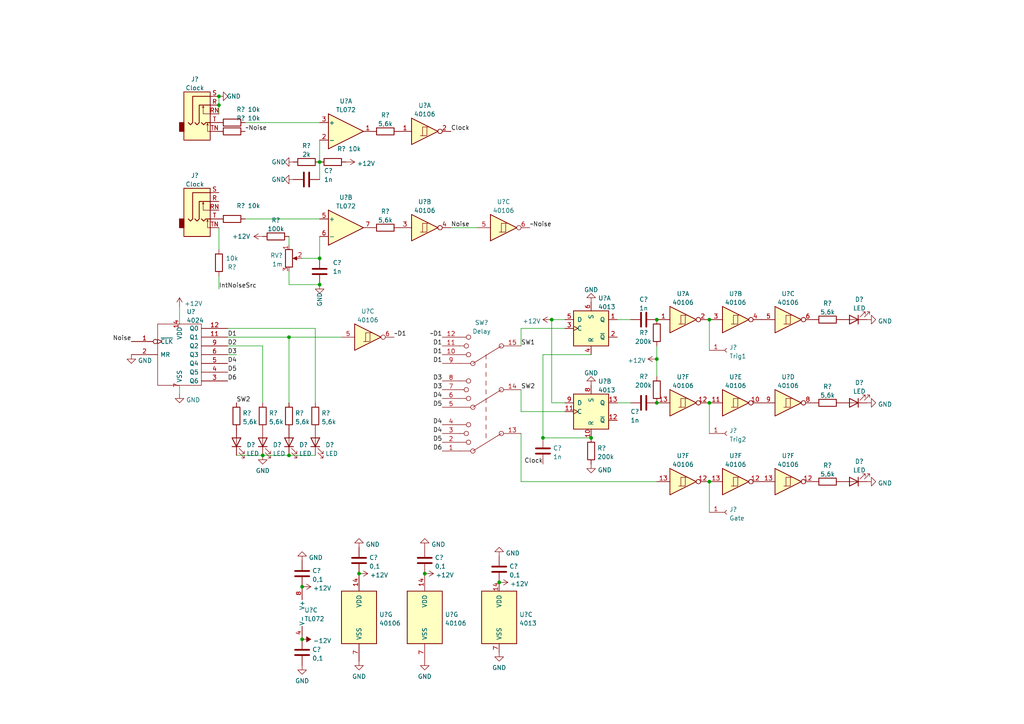
<source format=kicad_sch>
(kicad_sch (version 20211123) (generator eeschema)
  (paper "A4")
  (lib_symbols
    (symbol "4xxx:40106" (pin_names (offset 1.016))
      (property "Reference" "U" (at 0 1.27 0))
      (property "Value" "40106" (at 0 -1.27 0))
      (symbol "40106_1_0"
        (polyline (pts (xy -0.635 -1.27) (xy -0.635 1.27) (xy 0.635 1.27)))
        (polyline (pts (xy -3.81 3.81) (xy -3.81 -3.81) (xy 3.81 0) (xy -3.81 3.81)) (stroke (width 0.254)) (fill (type background)))
        (polyline (pts (xy -1.27 -1.27) (xy 0.635 -1.27) (xy 0.635 1.27) (xy 1.27 1.27)))
        (pin input line (at -7.62 0 0) (length 3.81) (name "~") (number "1"))
        (pin output inverted (at 7.62 0 180) (length 3.81) (name "~") (number "2"))
      )
      (symbol "40106_2_0"
        (polyline (pts (xy -0.635 -1.27) (xy -0.635 1.27) (xy 0.635 1.27)))
        (polyline (pts (xy -3.81 3.81) (xy -3.81 -3.81) (xy 3.81 0) (xy -3.81 3.81)) (stroke (width 0.254)) (fill (type background)))
        (polyline (pts (xy -1.27 -1.27) (xy 0.635 -1.27) (xy 0.635 1.27) (xy 1.27 1.27)))
        (pin input line (at -7.62 0 0) (length 3.81) (name "~") (number "3"))
        (pin output inverted (at 7.62 0 180) (length 3.81) (name "~") (number "4"))
      )
      (symbol "40106_3_0"
        (polyline (pts (xy -0.635 -1.27) (xy -0.635 1.27) (xy 0.635 1.27)))
        (polyline (pts (xy -3.81 3.81) (xy -3.81 -3.81) (xy 3.81 0) (xy -3.81 3.81)) (stroke (width 0.254)) (fill (type background)))
        (polyline (pts (xy -1.27 -1.27) (xy 0.635 -1.27) (xy 0.635 1.27) (xy 1.27 1.27)))
        (pin input line (at -7.62 0 0) (length 3.81) (name "~") (number "5"))
        (pin output inverted (at 7.62 0 180) (length 3.81) (name "~") (number "6"))
      )
      (symbol "40106_4_0"
        (polyline (pts (xy -0.635 -1.27) (xy -0.635 1.27) (xy 0.635 1.27)))
        (polyline (pts (xy -3.81 3.81) (xy -3.81 -3.81) (xy 3.81 0) (xy -3.81 3.81)) (stroke (width 0.254)) (fill (type background)))
        (polyline (pts (xy -1.27 -1.27) (xy 0.635 -1.27) (xy 0.635 1.27) (xy 1.27 1.27)))
        (pin output inverted (at 7.62 0 180) (length 3.81) (name "~") (number "8"))
        (pin input line (at -7.62 0 0) (length 3.81) (name "~") (number "9"))
      )
      (symbol "40106_5_0"
        (polyline (pts (xy -0.635 -1.27) (xy -0.635 1.27) (xy 0.635 1.27)))
        (polyline (pts (xy -3.81 3.81) (xy -3.81 -3.81) (xy 3.81 0) (xy -3.81 3.81)) (stroke (width 0.254)) (fill (type background)))
        (polyline (pts (xy -1.27 -1.27) (xy 0.635 -1.27) (xy 0.635 1.27) (xy 1.27 1.27)))
        (pin output inverted (at 7.62 0 180) (length 3.81) (name "~") (number "10"))
        (pin input line (at -7.62 0 0) (length 3.81) (name "~") (number "11"))
      )
      (symbol "40106_6_0"
        (polyline (pts (xy -0.635 -1.27) (xy -0.635 1.27) (xy 0.635 1.27)))
        (polyline (pts (xy -3.81 3.81) (xy -3.81 -3.81) (xy 3.81 0) (xy -3.81 3.81)) (stroke (width 0.254)) (fill (type background)))
        (polyline (pts (xy -1.27 -1.27) (xy 0.635 -1.27) (xy 0.635 1.27) (xy 1.27 1.27)))
        (pin output inverted (at 7.62 0 180) (length 3.81) (name "~") (number "12"))
        (pin input line (at -7.62 0 0) (length 3.81) (name "~") (number "13"))
      )
      (symbol "40106_7_0"
        (pin power_in line (at 0 12.7 270) (length 5.08) (name "VDD") (number "14"))
        (pin power_in line (at 0 -12.7 90) (length 5.08) (name "VSS") (number "7"))
      )
      (symbol "40106_7_1"
        (rectangle (start -5.08 7.62) (end 5.08 -7.62) (stroke (width 0.254)) (fill (type background)))
      )
    )
    (symbol "4xxx:4013" (pin_names (offset 1.016))
      (property "Reference" "U" (at -7.62 8.89 0))
      (property "Value" "4013" (at -7.62 -8.89 0))
      (symbol "4013_1_1"
        (rectangle (start -5.08 5.08) (end 5.08 -5.08) (stroke (width 0.254)) (fill (type background)))
        (pin output line (at 7.62 2.54 180) (length 2.54) (name "Q") (number "1"))
        (pin output line (at 7.62 -2.54 180) (length 2.54) (name "~{Q}") (number "2"))
        (pin input clock (at -7.62 0 0) (length 2.54) (name "C") (number "3"))
        (pin input line (at 0 -7.62 90) (length 2.54) (name "R") (number "4"))
        (pin input line (at -7.62 2.54 0) (length 2.54) (name "D") (number "5"))
        (pin input line (at 0 7.62 270) (length 2.54) (name "S") (number "6"))
      )
      (symbol "4013_2_1"
        (rectangle (start -5.08 5.08) (end 5.08 -5.08) (stroke (width 0.254)) (fill (type background)))
        (pin input line (at 0 -7.62 90) (length 2.54) (name "R") (number "10"))
        (pin input clock (at -7.62 0 0) (length 2.54) (name "C") (number "11"))
        (pin output line (at 7.62 -2.54 180) (length 2.54) (name "~{Q}") (number "12"))
        (pin output line (at 7.62 2.54 180) (length 2.54) (name "Q") (number "13"))
        (pin input line (at 0 7.62 270) (length 2.54) (name "S") (number "8"))
        (pin input line (at -7.62 2.54 0) (length 2.54) (name "D") (number "9"))
      )
      (symbol "4013_3_0"
        (pin power_in line (at 0 10.16 270) (length 2.54) (name "VDD") (number "14"))
        (pin power_in line (at 0 -10.16 90) (length 2.54) (name "VSS") (number "7"))
      )
      (symbol "4013_3_1"
        (rectangle (start -5.08 7.62) (end 5.08 -7.62) (stroke (width 0.254)) (fill (type background)))
      )
    )
    (symbol "4xxx_IEEE:4024" (pin_names (offset 0.762))
      (property "Reference" "U" (at 5.08 11.43 0))
      (property "Value" "4024" (at 10.16 -10.16 0))
      (symbol "4024_0_0"
        (rectangle (start -6.35 10.16) (end 6.35 -7.62))
        (pin power_in line (at 0 10.16 270) (length 0) (name "VDD") (number "14"))
        (pin power_in line (at 0 -7.62 90) (length 0) (name "VSS") (number "7"))
      )
      (symbol "4024_1_1"
        (pin input inverted_clock (at -13.97 5.08 0) (length 7.62) (name "~{CLK}") (number "1"))
        (pin output line (at 13.97 6.35 180) (length 7.62) (name "Q1") (number "11"))
        (pin output line (at 13.97 8.89 180) (length 7.62) (name "Q0") (number "12"))
        (pin input line (at -13.97 1.27 0) (length 7.62) (name "MR") (number "2"))
        (pin output line (at 13.97 -6.35 180) (length 7.62) (name "Q6") (number "3"))
        (pin output line (at 13.97 -3.81 180) (length 7.62) (name "Q5") (number "4"))
        (pin output line (at 13.97 -1.27 180) (length 7.62) (name "Q4") (number "5"))
        (pin output line (at 13.97 1.27 180) (length 7.62) (name "Q3") (number "6"))
        (pin output line (at 13.97 3.81 180) (length 7.62) (name "Q2") (number "9"))
      )
    )
    (symbol "Amplifier_Operational:TL072" (pin_names (offset 0.127))
      (property "Reference" "U" (at 0 5.08 0))
      (property "Value" "TL072" (at 0 -5.08 0))
      (symbol "TL072_1_1"
        (polyline (pts (xy -5.08 5.08) (xy 5.08 0) (xy -5.08 -5.08) (xy -5.08 5.08)) (stroke (width 0.254)) (fill (type background)))
        (pin output line (at 7.62 0 180) (length 2.54) (name "~") (number "1"))
        (pin input line (at -7.62 -2.54 0) (length 2.54) (name "-") (number "2"))
        (pin input line (at -7.62 2.54 0) (length 2.54) (name "+") (number "3"))
      )
      (symbol "TL072_2_1"
        (polyline (pts (xy -5.08 5.08) (xy 5.08 0) (xy -5.08 -5.08) (xy -5.08 5.08)) (stroke (width 0.254)) (fill (type background)))
        (pin input line (at -7.62 2.54 0) (length 2.54) (name "+") (number "5"))
        (pin input line (at -7.62 -2.54 0) (length 2.54) (name "-") (number "6"))
        (pin output line (at 7.62 0 180) (length 2.54) (name "~") (number "7"))
      )
      (symbol "TL072_3_1"
        (pin power_in line (at -2.54 -7.62 90) (length 3.81) (name "V-") (number "4"))
        (pin power_in line (at -2.54 7.62 270) (length 3.81) (name "V+") (number "8"))
      )
    )
    (symbol "Connector:AudioJack3_SwitchTR"
      (property "Reference" "J" (at 0 8.89 0))
      (property "Value" "AudioJack3_SwitchTR" (at 0 6.35 0))
      (symbol "AudioJack3_SwitchTR_0_1"
        (rectangle (start -5.08 -5.08) (end -6.35 -7.62) (stroke (width 0.254)) (fill (type outline)))
        (polyline (pts (xy 0.508 -0.254) (xy 0.762 -0.762)))
        (polyline (pts (xy 1.778 -5.334) (xy 2.032 -5.842)))
        (polyline (pts (xy 0 -5.08) (xy 0.635 -5.715) (xy 1.27 -5.08) (xy 2.54 -5.08)) (stroke (width 0.254)))
        (polyline (pts (xy 2.54 -7.62) (xy 1.778 -7.62) (xy 1.778 -5.334) (xy 1.524 -5.842)))
        (polyline (pts (xy 2.54 -2.54) (xy 0.508 -2.54) (xy 0.508 -0.254) (xy 0.254 -0.762)))
        (polyline (pts (xy -1.905 -5.08) (xy -1.27 -5.715) (xy -0.635 -5.08) (xy -0.635 0) (xy 2.54 0)) (stroke (width 0.254)))
        (polyline (pts (xy 2.54 2.54) (xy -2.54 2.54) (xy -2.54 -5.08) (xy -3.175 -5.715) (xy -3.81 -5.08)) (stroke (width 0.254)))
        (rectangle (start 2.54 3.81) (end -5.08 -10.16) (stroke (width 0.254)) (fill (type background)))
      )
      (symbol "AudioJack3_SwitchTR_1_1"
        (pin passive line (at 5.08 0 180) (length 2.54) (name "~") (number "R"))
        (pin passive line (at 5.08 -2.54 180) (length 2.54) (name "~") (number "RN"))
        (pin passive line (at 5.08 2.54 180) (length 2.54) (name "~") (number "S"))
        (pin passive line (at 5.08 -5.08 180) (length 2.54) (name "~") (number "T"))
        (pin passive line (at 5.08 -7.62 180) (length 2.54) (name "~") (number "TN"))
      )
    )
    (symbol "Connector:Conn_01x01_Female" (pin_names (offset 1.016) hide)
      (property "Reference" "J" (at 0 2.54 0))
      (property "Value" "Conn_01x01_Female" (at 0 -2.54 0))
      (symbol "Conn_01x01_Female_1_1"
        (polyline (pts (xy -1.27 0) (xy -0.508 0)) (stroke (width 0.1524)))
        (arc (start 0 0.508) (mid -0.508 0) (end 0 -0.508) (stroke (width 0.1524)))
        (pin passive line (at -5.08 0 0) (length 3.81) (name "Pin_1") (number "1"))
      )
    )
    (symbol "Device:C" (pin_numbers hide) (pin_names (offset 0.254))
      (property "Reference" "C" (at 0.635 2.54 0))
      (property "Value" "C" (at 0.635 -2.54 0))
      (symbol "C_0_1"
        (polyline (pts (xy -2.032 -0.762) (xy 2.032 -0.762)) (stroke (width 0.508)))
        (polyline (pts (xy -2.032 0.762) (xy 2.032 0.762)) (stroke (width 0.508)))
      )
      (symbol "C_1_1"
        (pin passive line (at 0 3.81 270) (length 2.794) (name "~") (number "1"))
        (pin passive line (at 0 -3.81 90) (length 2.794) (name "~") (number "2"))
      )
    )
    (symbol "Device:LED" (pin_numbers hide) (pin_names (offset 1.016) hide)
      (property "Reference" "D" (at 0 2.54 0))
      (property "Value" "LED" (at 0 -2.54 0))
      (symbol "LED_0_1"
        (polyline (pts (xy -1.27 -1.27) (xy -1.27 1.27)) (stroke (width 0.254)))
        (polyline (pts (xy -1.27 0) (xy 1.27 0)))
        (polyline (pts (xy 1.27 -1.27) (xy 1.27 1.27) (xy -1.27 0) (xy 1.27 -1.27)) (stroke (width 0.254)))
        (polyline (pts (xy -3.048 -0.762) (xy -4.572 -2.286) (xy -3.81 -2.286) (xy -4.572 -2.286) (xy -4.572 -1.524)))
        (polyline (pts (xy -1.778 -0.762) (xy -3.302 -2.286) (xy -2.54 -2.286) (xy -3.302 -2.286) (xy -3.302 -1.524)))
      )
      (symbol "LED_1_1"
        (pin passive line (at -3.81 0 0) (length 2.54) (name "K") (number "1"))
        (pin passive line (at 3.81 0 180) (length 2.54) (name "A") (number "2"))
      )
    )
    (symbol "Device:R" (pin_numbers hide) (pin_names (offset 0))
      (property "Reference" "R" (at 2.032 0 90))
      (property "Value" "R" (at 0 0 90))
      (symbol "R_0_1"
        (rectangle (start -1.016 -2.54) (end 1.016 2.54) (stroke (width 0.254)))
      )
      (symbol "R_1_1"
        (pin passive line (at 0 3.81 270) (length 1.27) (name "~") (number "1"))
        (pin passive line (at 0 -3.81 90) (length 1.27) (name "~") (number "2"))
      )
    )
    (symbol "Device:R_Potentiometer" (pin_names (offset 1.016) hide)
      (property "Reference" "RV" (at -4.445 0 90))
      (property "Value" "R_Potentiometer" (at -2.54 0 90))
      (symbol "R_Potentiometer_0_1"
        (polyline (pts (xy 2.54 0) (xy 1.524 0)))
        (polyline (pts (xy 1.143 0) (xy 2.286 0.508) (xy 2.286 -0.508) (xy 1.143 0)) (fill (type outline)))
        (rectangle (start 1.016 2.54) (end -1.016 -2.54) (stroke (width 0.254)))
      )
      (symbol "R_Potentiometer_1_1"
        (pin passive line (at 0 3.81 270) (length 1.27) (name "1") (number "1"))
        (pin passive line (at 3.81 0 180) (length 1.27) (name "2") (number "2"))
        (pin passive line (at 0 -3.81 90) (length 1.27) (name "3") (number "3"))
      )
    )
    (symbol "Switch:SW_Rotary3x4" (pin_names (offset 1.016) hide)
      (property "Reference" "SW" (at 0 20.32 0))
      (property "Value" "SW_Rotary3x4" (at 0 -17.78 0))
      (symbol "SW_Rotary3x4_0_0"
        (circle (center -4.445 -12.7) (radius 0.635))
        (circle (center -4.445 0) (radius 0.635))
        (circle (center -4.445 12.7) (radius 0.635))
        (polyline (pts (xy -4.445 -12.7) (xy 3.81 -7.62)))
        (polyline (pts (xy -4.445 0) (xy 3.81 5.08)))
        (polyline (pts (xy -4.445 12.7) (xy 3.81 17.78)))
        (polyline (pts (xy 0 -10.16) (xy 0 -8.89)))
        (polyline (pts (xy 0 -7.62) (xy 0 -6.35)))
        (polyline (pts (xy 0 -5.08) (xy 0 -3.81)))
        (polyline (pts (xy 0 -2.54) (xy 0 -1.27)))
        (polyline (pts (xy 0 0) (xy 0 1.27)))
        (polyline (pts (xy 0 2.54) (xy 0 3.81)))
        (polyline (pts (xy 0 5.08) (xy 0 6.35)))
        (polyline (pts (xy 0 7.62) (xy 0 8.89)))
        (polyline (pts (xy 0 10.16) (xy 0 11.43)))
        (polyline (pts (xy 0 12.7) (xy 0 13.97)))
        (polyline (pts (xy 4.445 -7.62) (xy 7.62 -7.62)))
        (polyline (pts (xy 4.445 5.08) (xy 7.62 5.08)))
        (polyline (pts (xy 4.445 17.78) (xy 7.62 17.78)))
        (polyline (pts (xy 5.715 -15.24) (xy 7.62 -15.24)))
        (polyline (pts (xy 5.715 -10.16) (xy 7.62 -10.16)))
        (polyline (pts (xy 5.715 -2.54) (xy 7.62 -2.54)))
        (polyline (pts (xy 5.715 2.54) (xy 7.62 2.54)))
        (polyline (pts (xy 5.715 10.16) (xy 7.62 10.16)))
        (polyline (pts (xy 5.715 15.24) (xy 7.62 15.24)))
        (polyline (pts (xy 6.35 -12.7) (xy 7.62 -12.7)))
        (polyline (pts (xy 6.35 0) (xy 7.62 0)))
        (polyline (pts (xy 6.35 12.7) (xy 7.62 12.7)))
        (circle (center 3.81 -7.62) (radius 0.635))
        (circle (center 3.81 5.08) (radius 0.635))
        (circle (center 3.81 17.78) (radius 0.635))
        (circle (center 5.08 -15.24) (radius 0.635))
        (circle (center 5.08 -10.16) (radius 0.635))
        (circle (center 5.08 -2.54) (radius 0.635))
        (circle (center 5.08 2.54) (radius 0.635))
        (circle (center 5.08 10.16) (radius 0.635))
        (circle (center 5.08 15.24) (radius 0.635))
        (circle (center 5.715 -12.7) (radius 0.635))
        (circle (center 5.715 0) (radius 0.635))
        (circle (center 5.715 12.7) (radius 0.635))
      )
      (symbol "SW_Rotary3x4_0_1"
        (pin passive line (at 12.7 17.78 180) (length 5.08) (name "1") (number "1"))
        (pin passive line (at 12.7 -10.16 180) (length 5.08) (name "10") (number "10"))
        (pin passive line (at 12.7 -12.7 180) (length 5.08) (name "11") (number "11"))
        (pin passive line (at 12.7 -15.24 180) (length 5.08) (name "12") (number "12"))
        (pin passive line (at -10.16 12.7 0) (length 5.08) (name "13") (number "13"))
        (pin passive line (at -10.16 0 0) (length 5.08) (name "14") (number "14"))
        (pin passive line (at -10.16 -12.7 0) (length 5.08) (name "15") (number "15"))
        (pin passive line (at 12.7 15.24 180) (length 5.08) (name "2") (number "2"))
        (pin passive line (at 12.7 12.7 180) (length 5.08) (name "3") (number "3"))
        (pin passive line (at 12.7 10.16 180) (length 5.08) (name "4") (number "4"))
        (pin passive line (at 12.7 5.08 180) (length 5.08) (name "5") (number "5"))
        (pin passive line (at 12.7 2.54 180) (length 5.08) (name "6") (number "6"))
        (pin passive line (at 12.7 0 180) (length 5.08) (name "7") (number "7"))
        (pin passive line (at 12.7 -2.54 180) (length 5.08) (name "8") (number "8"))
        (pin passive line (at 12.7 -7.62 180) (length 5.08) (name "9") (number "9"))
      )
    )
    (symbol "power:+12V" (power) (pin_names (offset 0))
      (property "Value" "+12V" (at 0 3.556 0))
      (symbol "+12V_0_1"
        (polyline (pts (xy -0.762 1.27) (xy 0 2.54)))
        (polyline (pts (xy 0 0) (xy 0 2.54)))
        (polyline (pts (xy 0 2.54) (xy 0.762 1.27)))
      )
      (symbol "+12V_1_1"
        (pin power_in line (at 0 0 90) (length 0) hide (name "+12V") (number "1"))
      )
    )
    (symbol "power:-12V" (power) (pin_names (offset 0))
      (property "Value" "-12V" (at 0 3.81 0))
      (symbol "-12V_0_0"
        (pin power_in line (at 0 0 90) (length 0) hide (name "-12V") (number "1"))
      )
      (symbol "-12V_0_1"
        (polyline (pts (xy 0 0) (xy 0 1.27) (xy 0.762 1.27) (xy 0 2.54) (xy -0.762 1.27) (xy 0 1.27)) (fill (type outline)))
      )
    )
    (symbol "power:GND" (power) (pin_names (offset 0))
      (property "Value" "GND" (at 0 -3.81 0))
      (symbol "GND_0_1"
        (polyline (pts (xy 0 0) (xy 0 -1.27) (xy 1.27 -1.27) (xy 0 -2.54) (xy -1.27 -1.27) (xy 0 -1.27)))
      )
      (symbol "GND_1_1"
        (pin power_in line (at 0 0 270) (length 0) hide (name "GND") (number "1"))
      )
    )
  )
  (junction (at 205.74 139.7))
  (junction (at 157.48 127))
  (junction (at 205.74 92.71))
  (junction (at 63.5 30.48))
  (junction (at 83.82 97.79))
  (junction (at 190.5 104.14))
  (junction (at 190.5 116.84))
  (junction (at 92.71 74.93))
  (junction (at 144.78 168.91))
  (junction (at 92.71 46.99))
  (junction (at 76.2 132.08))
  (junction (at 123.19 166.37))
  (junction (at 83.82 132.08))
  (junction (at 87.63 185.42))
  (junction (at 92.71 82.55))
  (junction (at 160.02 92.71))
  (junction (at 190.5 92.71))
  (junction (at 63.5 27.94))
  (junction (at 87.63 170.18))
  (junction (at 104.14 166.37))
  (junction (at 171.45 127))
  (junction (at 205.74 116.84))
  (wire (pts (xy 190.5 100.33) (xy 190.5 104.14)))
  (wire (pts (xy 87.63 74.93) (xy 92.71 74.93)))
  (wire (pts (xy 66.04 97.79) (xy 83.82 97.79)))
  (wire (pts (xy 83.82 97.79) (xy 99.06 97.79)))
  (wire (pts (xy 157.48 127) (xy 171.45 127)))
  (wire (pts (xy 63.5 27.94) (xy 63.5 30.48)))
  (wire (pts (xy 163.83 119.38) (xy 151.13 119.38)))
  (wire (pts (xy 63.5 66.04) (xy 63.5 72.39)))
  (wire (pts (xy 92.71 68.58) (xy 92.71 74.93)))
  (wire (pts (xy 163.83 95.25) (xy 151.13 95.25)))
  (wire (pts (xy 91.44 95.25) (xy 66.04 95.25)))
  (wire (pts (xy 91.44 116.84) (xy 91.44 95.25)))
  (wire (pts (xy 157.48 102.87) (xy 157.48 127)))
  (wire (pts (xy 83.82 78.74) (xy 83.82 82.55)))
  (wire (pts (xy 71.12 35.56) (xy 92.71 35.56)))
  (wire (pts (xy 205.74 116.84) (xy 205.74 125.73)))
  (wire (pts (xy 160.02 116.84) (xy 160.02 92.71)))
  (wire (pts (xy 52.07 88.9) (xy 52.07 93.98)))
  (wire (pts (xy 92.71 40.64) (xy 92.71 46.99)))
  (wire (pts (xy 130.81 66.04) (xy 138.43 66.04)))
  (wire (pts (xy 83.82 68.58) (xy 83.82 71.12)))
  (wire (pts (xy 151.13 119.38) (xy 151.13 113.03)))
  (wire (pts (xy 76.2 132.08) (xy 83.82 132.08)))
  (wire (pts (xy 205.74 139.7) (xy 205.74 148.59)))
  (wire (pts (xy 52.07 111.76) (xy 52.07 114.3)))
  (wire (pts (xy 179.07 92.71) (xy 182.88 92.71)))
  (wire (pts (xy 92.71 46.99) (xy 92.71 52.07)))
  (wire (pts (xy 163.83 116.84) (xy 160.02 116.84)))
  (wire (pts (xy 76.2 116.84) (xy 76.2 100.33)))
  (wire (pts (xy 83.82 82.55) (xy 92.71 82.55)))
  (wire (pts (xy 160.02 92.71) (xy 163.83 92.71)))
  (wire (pts (xy 190.5 139.7) (xy 151.13 139.7)))
  (wire (pts (xy 190.5 104.14) (xy 190.5 109.22)))
  (wire (pts (xy 151.13 139.7) (xy 151.13 125.73)))
  (wire (pts (xy 151.13 95.25) (xy 151.13 100.33)))
  (wire (pts (xy 205.74 92.71) (xy 205.74 101.6)))
  (wire (pts (xy 171.45 102.87) (xy 157.48 102.87)))
  (wire (pts (xy 63.5 30.48) (xy 63.5 33.02)))
  (wire (pts (xy 179.07 116.84) (xy 182.88 116.84)))
  (wire (pts (xy 83.82 132.08) (xy 91.44 132.08)))
  (wire (pts (xy 68.58 132.08) (xy 76.2 132.08)))
  (wire (pts (xy 66.04 102.87) (xy 68.58 102.87)))
  (wire (pts (xy 83.82 97.79) (xy 83.82 116.84)))
  (wire (pts (xy 63.5 80.01) (xy 63.5 83.82)))
  (wire (pts (xy 76.2 100.33) (xy 66.04 100.33)))
  (wire (pts (xy 71.12 63.5) (xy 92.71 63.5)))
  (label "D1" (at 128.27 102.87 180))
  (label "Clock" (at 130.81 38.1 0))
  (label "~D1" (at 128.27 97.79 180))
  (label "Noise" (at 130.81 66.04 0))
  (label "Noise" (at 38.1 99.06 180))
  (label "~D1" (at 114.3 97.79 0))
  (label "D5" (at 128.27 118.11 180))
  (label "D1" (at 66.04 97.79 0))
  (label "D6" (at 66.04 110.49 0))
  (label "~Noise" (at 153.67 66.04 0))
  (label "D2" (at 66.04 100.33 0))
  (label "D3" (at 128.27 110.49 180))
  (label "D4" (at 128.27 115.57 180))
  (label "D4" (at 128.27 123.19 180))
  (label "D4" (at 66.04 105.41 0))
  (label "~Noise" (at 71.12 38.1 0))
  (label "D4" (at 128.27 125.73 180))
  (label "D5" (at 128.27 128.27 180))
  (label "SW2" (at 151.13 113.03 0))
  (label "D6" (at 128.27 130.81 180))
  (label "IntNoiseSrc" (at 63.5 83.82 0))
  (label "D1" (at 128.27 105.41 180))
  (label "Clock" (at 157.48 134.62 180))
  (label "D3" (at 128.27 113.03 180))
  (label "SW2" (at 68.58 116.84 0))
  (label "D5" (at 66.04 107.95 0))
  (label "D3" (at 66.04 102.87 0))
  (label "SW1" (at 151.13 100.33 0))
  (label "D1" (at 128.27 100.33 180))
  (symbol (lib_id "Connector:AudioJack3_SwitchTR") (at 58.42 30.48 0) (unit 1)
    (property "Reference" "J?" (at 56.515 22.9702 0))
    (property "Value" "Clock" (at 56.515 25.5071 0))
    (property "Footprint" "Connector_Audio:Jack_3.5mm_CUI_SJ1-3525N_Horizontal" (effects hide))
  )
  (symbol (lib_id "Device:R") (at 76.2 120.65 0) (unit 1)
    (property "Reference" "R?" (at 77.978 119.8153 0) (effects (justify left)))
    (property "Value" "5,6k" (at 77.978 122.3522 0) (effects (justify left)))
  )
  (symbol (lib_id "Device:R_Potentiometer") (at 83.82 74.93 0) (unit 1)
    (property "Reference" "RV?" (at 82.0421 74.0953 0) (effects (justify right)))
    (property "Value" "1m" (at 82.0421 76.6322 0) (effects (justify right)))
  )
  (symbol (lib_id "Device:R") (at 240.03 139.7 90) (unit 1)
    (property "Reference" "R?" (at 240.03 134.9842 90))
    (property "Value" "5,6k" (at 240.03 137.5211 90))
  )
  (symbol (lib_id "Device:C") (at 88.9 52.07 90) (unit 1)
    (property "Reference" "C?" (at 95.25 49.53 90))
    (property "Value" "1n" (at 95.25 52.07 90))
  )
  (symbol (lib_id "power:GND") (at 251.46 92.71 90) (unit 1)
    (property "Reference" "#PWR?" (effects hide))
    (property "Value" "GND" (at 254.635 93.1438 90) (effects (justify right)))
  )
  (symbol (lib_id "power:GND") (at 85.09 46.99 270) (unit 1)
    (property "Reference" "#PWR?" (effects hide))
    (property "Value" "GND" (at 78.74 46.99 90) (effects (justify left)))
  )
  (symbol (lib_id "power:GND") (at 85.09 52.07 270) (unit 1)
    (property "Reference" "#PWR?" (effects hide))
    (property "Value" "GND" (at 78.74 52.07 90) (effects (justify left)))
  )
  (symbol (lib_id "Device:R") (at 68.58 120.65 0) (unit 1)
    (property "Reference" "R?" (at 70.358 119.8153 0) (effects (justify left)))
    (property "Value" "5,6k" (at 70.358 122.3522 0) (effects (justify left)))
  )
  (symbol (lib_id "4xxx:40106") (at 123.19 38.1 0) (unit 1)
    (property "Reference" "U?" (at 123.19 30.5902 0))
    (property "Value" "40106" (at 123.19 33.1271 0))
    (property "Datasheet" "https://assets.nexperia.com/documents/data-sheet/HEF40106B.pdf" (effects hide))
  )
  (symbol (lib_id "Device:R") (at 83.82 120.65 0) (unit 1)
    (property "Reference" "R?" (at 85.598 119.8153 0) (effects (justify left)))
    (property "Value" "5,6k" (at 85.598 122.3522 0) (effects (justify left)))
  )
  (symbol (lib_id "power:+12V") (at 52.07 88.9 0) (unit 1)
    (property "Reference" "#PWR?" (effects hide))
    (property "Value" "+12V" (at 53.467 88.0638 0) (effects (justify left)))
  )
  (symbol (lib_id "4xxx:40106") (at 198.12 139.7 0) (unit 6)
    (property "Reference" "U?" (at 198.12 132.1902 0))
    (property "Value" "40106" (at 198.12 134.7271 0))
    (property "Datasheet" "https://assets.nexperia.com/documents/data-sheet/HEF40106B.pdf" (effects hide))
  )
  (symbol (lib_id "Device:C") (at 92.71 78.74 180) (unit 1)
    (property "Reference" "C?" (at 97.79 76.2 0))
    (property "Value" "1n" (at 97.79 78.74 0))
  )
  (symbol (lib_id "power:GND") (at 104.14 191.77 0) (unit 1)
    (property "Reference" "#PWR?" (effects hide))
    (property "Value" "GND" (at 104.14 196.2134 0))
  )
  (symbol (lib_id "power:GND") (at 87.63 193.04 0) (unit 1)
    (property "Reference" "#PWR?" (effects hide))
    (property "Value" "GND" (at 87.63 197.4834 0))
  )
  (symbol (lib_id "4xxx:40106") (at 213.36 92.71 0) (unit 2)
    (property "Reference" "U?" (at 213.36 85.2002 0))
    (property "Value" "40106" (at 213.36 87.7371 0))
    (property "Datasheet" "https://assets.nexperia.com/documents/data-sheet/HEF40106B.pdf" (effects hide))
  )
  (symbol (lib_id "Device:R") (at 190.5 96.52 0) (unit 1)
    (property "Reference" "R?" (at 185.42 96.52 0) (effects (justify left)))
    (property "Value" "200k" (at 184.15 99.06 0) (effects (justify left)))
  )
  (symbol (lib_id "4xxx:40106") (at 146.05 66.04 0) (unit 3)
    (property "Reference" "U?" (at 146.05 58.5302 0))
    (property "Value" "40106" (at 146.05 61.0671 0))
    (property "Datasheet" "https://assets.nexperia.com/documents/data-sheet/HEF40106B.pdf" (effects hide))
  )
  (symbol (lib_id "power:GND") (at 87.63 162.56 180) (unit 1)
    (property "Reference" "#PWR?" (effects hide))
    (property "Value" "GND" (at 89.535 161.7238 0) (effects (justify right)))
  )
  (symbol (lib_id "4xxx:40106") (at 198.12 92.71 0) (unit 1)
    (property "Reference" "U?" (at 198.12 85.2002 0))
    (property "Value" "40106" (at 198.12 87.7371 0))
    (property "Datasheet" "https://assets.nexperia.com/documents/data-sheet/HEF40106B.pdf" (effects hide))
  )
  (symbol (lib_id "4xxx:4013") (at 171.45 119.38 0) (unit 2)
    (property "Reference" "U?" (at 173.4694 110.6002 0) (effects (justify left)))
    (property "Value" "4013" (at 173.4694 113.1371 0) (effects (justify left)))
    (property "Datasheet" "http://www.onsemi.com/pub/Collateral/MC14013B-D.PDF" (effects hide))
  )
  (symbol (lib_id "Device:C") (at 87.63 166.37 0) (unit 1)
    (property "Reference" "C?" (at 90.551 165.5353 0) (effects (justify left)))
    (property "Value" "0,1" (at 90.551 168.0722 0) (effects (justify left)))
  )
  (symbol (lib_id "Device:R") (at 63.5 76.2 180) (unit 1)
    (property "Reference" "R?" (at 67.31 77.47 0))
    (property "Value" "10k" (at 67.31 74.93 0))
  )
  (symbol (lib_id "power:-12V") (at 87.63 185.42 270) (unit 1)
    (property "Reference" "#PWR?" (effects hide))
    (property "Value" "-12V" (at 90.805 185.8538 90) (effects (justify left)))
  )
  (symbol (lib_id "power:+12V") (at 190.5 104.14 90) (unit 1)
    (property "Reference" "#PWR?" (effects hide))
    (property "Value" "+12V" (at 187.325 104.5738 90) (effects (justify left)))
  )
  (symbol (lib_id "4xxx:40106") (at 106.68 97.79 0) (unit 3)
    (property "Reference" "U?" (at 106.68 90.2802 0))
    (property "Value" "40106" (at 106.68 92.8171 0))
    (property "Datasheet" "https://assets.nexperia.com/documents/data-sheet/HEF40106B.pdf" (effects hide))
  )
  (symbol (lib_id "power:+12V") (at 87.63 170.18 270) (unit 1)
    (property "Reference" "#PWR?" (effects hide))
    (property "Value" "+12V" (at 90.805 170.6138 90) (effects (justify left)))
  )
  (symbol (lib_id "Device:C") (at 87.63 189.23 0) (unit 1)
    (property "Reference" "C?" (at 90.551 188.3953 0) (effects (justify left)))
    (property "Value" "0,1" (at 90.551 190.9322 0) (effects (justify left)))
  )
  (symbol (lib_id "power:GND") (at 144.78 189.23 0) (unit 1)
    (property "Reference" "#PWR?" (effects hide))
    (property "Value" "GND" (at 144.78 193.6734 0))
  )
  (symbol (lib_id "power:GND") (at 171.45 87.63 180) (unit 1)
    (property "Reference" "#PWR?" (effects hide))
    (property "Value" "GND" (at 171.45 84.0542 0))
  )
  (symbol (lib_id "power:GND") (at 123.19 158.75 180) (unit 1)
    (property "Reference" "#PWR?" (effects hide))
    (property "Value" "GND" (at 125.095 157.9138 0) (effects (justify right)))
  )
  (symbol (lib_id "Device:LED") (at 83.82 128.27 90) (unit 1)
    (property "Reference" "D?" (at 86.741 129.0228 90) (effects (justify right)))
    (property "Value" "LED" (at 86.741 131.5597 90) (effects (justify right)))
  )
  (symbol (lib_id "Device:R") (at 111.76 38.1 90) (unit 1)
    (property "Reference" "R?" (at 111.76 33.3842 90))
    (property "Value" "5,6k" (at 111.76 35.9211 90))
  )
  (symbol (lib_id "4xxx:40106") (at 213.36 116.84 0) (unit 5)
    (property "Reference" "U?" (at 213.36 109.3302 0))
    (property "Value" "40106" (at 213.36 111.8671 0))
    (property "Datasheet" "https://assets.nexperia.com/documents/data-sheet/HEF40106B.pdf" (effects hide))
  )
  (symbol (lib_id "power:GND") (at 144.78 161.29 180) (unit 1)
    (property "Reference" "#PWR?" (effects hide))
    (property "Value" "GND" (at 146.685 160.4538 0) (effects (justify right)))
  )
  (symbol (lib_id "Device:R") (at 240.03 116.84 90) (unit 1)
    (property "Reference" "R?" (at 240.03 112.1242 90))
    (property "Value" "5,6k" (at 240.03 114.6611 90))
  )
  (symbol (lib_id "Connector:Conn_01x01_Female") (at 210.82 101.6 0) (unit 1)
    (property "Reference" "J?" (at 211.5312 100.7653 0) (effects (justify left)))
    (property "Value" "Trig1" (at 211.5312 103.3022 0) (effects (justify left)))
  )
  (symbol (lib_id "power:GND") (at 104.14 158.75 180) (unit 1)
    (property "Reference" "#PWR?" (effects hide))
    (property "Value" "GND" (at 106.045 157.9138 0) (effects (justify right)))
  )
  (symbol (lib_id "power:GND") (at 171.45 134.62 0) (unit 1)
    (property "Reference" "#PWR?" (effects hide))
    (property "Value" "GND" (at 173.355 136.3238 0) (effects (justify left)))
  )
  (symbol (lib_id "Device:C") (at 186.69 116.84 90) (unit 1)
    (property "Reference" "C?" (at 184.15 119.38 90))
    (property "Value" "1n" (at 184.15 121.92 90))
  )
  (symbol (lib_id "Device:C") (at 123.19 162.56 0) (unit 1)
    (property "Reference" "C?" (at 126.111 161.7253 0) (effects (justify left)))
    (property "Value" "0,1" (at 126.111 164.2622 0) (effects (justify left)))
  )
  (symbol (lib_id "Device:R") (at 171.45 130.81 0) (unit 1)
    (property "Reference" "R?" (at 173.228 129.9753 0) (effects (justify left)))
    (property "Value" "200k" (at 173.228 132.5122 0) (effects (justify left)))
  )
  (symbol (lib_id "Device:R") (at 88.9 46.99 90) (unit 1)
    (property "Reference" "R?" (at 88.9 42.2742 90))
    (property "Value" "2k" (at 88.9 44.8111 90))
  )
  (symbol (lib_id "power:GND") (at 251.46 116.84 90) (unit 1)
    (property "Reference" "#PWR?" (effects hide))
    (property "Value" "GND" (at 254.635 117.2738 90) (effects (justify right)))
  )
  (symbol (lib_id "4xxx:40106") (at 123.19 179.07 0) (unit 7)
    (property "Reference" "U?" (at 129.032 178.2353 0) (effects (justify left)))
    (property "Value" "40106" (at 129.032 180.7722 0) (effects (justify left)))
    (property "Datasheet" "https://assets.nexperia.com/documents/data-sheet/HEF40106B.pdf" (effects hide))
  )
  (symbol (lib_id "power:GND") (at 38.1 102.87 0) (unit 1)
    (property "Reference" "#PWR?" (effects hide))
    (property "Value" "GND" (at 40.005 104.5738 0) (effects (justify left)))
  )
  (symbol (lib_id "4xxx:40106") (at 123.19 66.04 0) (unit 2)
    (property "Reference" "U?" (at 123.19 58.5302 0))
    (property "Value" "40106" (at 123.19 61.0671 0))
    (property "Datasheet" "https://assets.nexperia.com/documents/data-sheet/HEF40106B.pdf" (effects hide))
  )
  (symbol (lib_id "Device:LED") (at 76.2 128.27 90) (unit 1)
    (property "Reference" "D?" (at 79.121 129.0228 90) (effects (justify right)))
    (property "Value" "LED" (at 79.121 131.5597 90) (effects (justify right)))
  )
  (symbol (lib_id "4xxx:40106") (at 213.36 139.7 0) (unit 6)
    (property "Reference" "U?" (at 213.36 132.1902 0))
    (property "Value" "40106" (at 213.36 134.7271 0))
    (property "Datasheet" "https://assets.nexperia.com/documents/data-sheet/HEF40106B.pdf" (effects hide))
  )
  (symbol (lib_id "4xxx_IEEE:4024") (at 52.07 104.14 0) (unit 1)
    (property "Reference" "U?" (at 54.0894 90.4072 0) (effects (justify left)))
    (property "Value" "4024" (at 54.0894 92.9441 0) (effects (justify left)))
  )
  (symbol (lib_id "power:+12V") (at 144.78 168.91 270) (unit 1)
    (property "Reference" "#PWR?" (effects hide))
    (property "Value" "+12V" (at 147.955 169.3438 90) (effects (justify left)))
  )
  (symbol (lib_id "Connector:Conn_01x01_Female") (at 210.82 148.59 0) (unit 1)
    (property "Reference" "J?" (at 211.5312 147.7553 0) (effects (justify left)))
    (property "Value" "Gate" (at 211.5312 150.2922 0) (effects (justify left)))
  )
  (symbol (lib_id "power:GND") (at 251.46 139.7 90) (unit 1)
    (property "Reference" "#PWR?" (effects hide))
    (property "Value" "GND" (at 254.635 140.1338 90) (effects (justify right)))
  )
  (symbol (lib_id "Device:R") (at 96.52 46.99 90) (unit 1)
    (property "Reference" "R?" (at 99.06 43.18 90))
    (property "Value" "10k" (at 102.87 43.18 90))
  )
  (symbol (lib_id "Device:R") (at 67.31 35.56 90) (unit 1)
    (property "Reference" "R?" (at 69.85 31.75 90))
    (property "Value" "10k" (at 73.66 31.75 90))
  )
  (symbol (lib_id "Device:LED") (at 68.58 128.27 90) (unit 1)
    (property "Reference" "D?" (at 71.501 129.0228 90) (effects (justify right)))
    (property "Value" "LED" (at 71.501 131.5597 90) (effects (justify right)))
  )
  (symbol (lib_id "power:GND") (at 92.71 82.55 0) (unit 1)
    (property "Reference" "#PWR?" (effects hide))
    (property "Value" "GND" (at 92.71 88.9 90) (effects (justify left)))
  )
  (symbol (lib_id "Device:R") (at 240.03 92.71 90) (unit 1)
    (property "Reference" "R?" (at 240.03 87.9942 90))
    (property "Value" "5,6k" (at 240.03 90.5311 90))
  )
  (symbol (lib_id "Device:C") (at 144.78 165.1 0) (unit 1)
    (property "Reference" "C?" (at 147.701 164.2653 0) (effects (justify left)))
    (property "Value" "0,1" (at 147.701 166.8022 0) (effects (justify left)))
  )
  (symbol (lib_id "4xxx:40106") (at 104.14 179.07 0) (unit 7)
    (property "Reference" "U?" (at 109.982 178.2353 0) (effects (justify left)))
    (property "Value" "40106" (at 109.982 180.7722 0) (effects (justify left)))
    (property "Datasheet" "https://assets.nexperia.com/documents/data-sheet/HEF40106B.pdf" (effects hide))
  )
  (symbol (lib_id "power:+12V") (at 160.02 92.71 90) (unit 1)
    (property "Reference" "#PWR?" (effects hide))
    (property "Value" "+12V" (at 156.845 93.1438 90) (effects (justify left)))
  )
  (symbol (lib_id "Device:LED") (at 247.65 92.71 180) (unit 1)
    (property "Reference" "D?" (at 249.2375 86.8512 0))
    (property "Value" "LED" (at 249.2375 89.3881 0))
  )
  (symbol (lib_id "Device:C") (at 157.48 130.81 0) (unit 1)
    (property "Reference" "C?" (at 160.401 129.9753 0) (effects (justify left)))
    (property "Value" "1n" (at 160.401 132.5122 0) (effects (justify left)))
  )
  (symbol (lib_id "Amplifier_Operational:TL072") (at 100.33 66.04 0) (unit 2)
    (property "Reference" "U?" (at 100.33 57.2602 0))
    (property "Value" "TL072" (at 100.33 59.7971 0))
    (property "Datasheet" "http://www.ti.com/lit/ds/symlink/tl071.pdf" (effects hide))
  )
  (symbol (lib_id "Device:LED") (at 247.65 139.7 180) (unit 1)
    (property "Reference" "D?" (at 249.2375 133.8412 0))
    (property "Value" "LED" (at 249.2375 136.3781 0))
  )
  (symbol (lib_id "4xxx:4013") (at 144.78 179.07 0) (unit 3)
    (property "Reference" "U?" (at 150.622 178.2353 0) (effects (justify left)))
    (property "Value" "4013" (at 150.622 180.7722 0) (effects (justify left)))
    (property "Datasheet" "http://www.onsemi.com/pub/Collateral/MC14013B-D.PDF" (effects hide))
  )
  (symbol (lib_id "power:+12V") (at 76.2 68.58 90) (unit 1)
    (property "Reference" "#PWR?" (effects hide))
    (property "Value" "+12V" (at 67.31 68.58 90) (effects (justify right)))
  )
  (symbol (lib_id "Switch:SW_Rotary3x4") (at 140.97 113.03 180) (unit 1)
    (property "Reference" "SW?" (at 139.7 93.5822 0))
    (property "Value" "Delay" (at 139.7 96.1191 0))
    (property "Datasheet" "http://cdn-reichelt.de/documents/datenblatt/C200/DS-Serie%23LOR.pdf" (effects hide))
  )
  (symbol (lib_id "power:GND") (at 76.2 132.08 0) (unit 1)
    (property "Reference" "#PWR?" (effects hide))
    (property "Value" "GND" (at 76.2 136.5234 0))
  )
  (symbol (lib_id "4xxx:4013") (at 171.45 95.25 0) (unit 1)
    (property "Reference" "U?" (at 173.4694 86.4702 0) (effects (justify left)))
    (property "Value" "4013" (at 173.4694 89.0071 0) (effects (justify left)))
    (property "Datasheet" "http://www.onsemi.com/pub/Collateral/MC14013B-D.PDF" (effects hide))
  )
  (symbol (lib_id "Device:R") (at 67.31 63.5 90) (unit 1)
    (property "Reference" "R?" (at 69.85 59.69 90))
    (property "Value" "10k" (at 73.66 59.69 90))
  )
  (symbol (lib_id "Amplifier_Operational:TL072") (at 100.33 38.1 0) (unit 1)
    (property "Reference" "U?" (at 100.33 29.3202 0))
    (property "Value" "TL072" (at 100.33 31.8571 0))
    (property "Datasheet" "http://www.ti.com/lit/ds/symlink/tl071.pdf" (effects hide))
  )
  (symbol (lib_id "Device:LED") (at 91.44 128.27 90) (unit 1)
    (property "Reference" "D?" (at 94.361 129.0228 90) (effects (justify right)))
    (property "Value" "LED" (at 94.361 131.5597 90) (effects (justify right)))
  )
  (symbol (lib_id "Amplifier_Operational:TL072") (at 90.17 177.8 0) (unit 3)
    (property "Reference" "U?" (at 88.265 176.9653 0) (effects (justify left)))
    (property "Value" "TL072" (at 88.265 179.5022 0) (effects (justify left)))
    (property "Datasheet" "http://www.ti.com/lit/ds/symlink/tl071.pdf" (effects hide))
  )
  (symbol (lib_id "Device:R") (at 67.31 38.1 90) (unit 1)
    (property "Reference" "R?" (at 69.85 34.29 90))
    (property "Value" "10k" (at 73.66 34.29 90))
  )
  (symbol (lib_id "power:GND") (at 171.45 111.76 180) (unit 1)
    (property "Reference" "#PWR?" (effects hide))
    (property "Value" "GND" (at 171.45 108.1842 0))
  )
  (symbol (lib_id "4xxx:40106") (at 228.6 92.71 0) (unit 3)
    (property "Reference" "U?" (at 228.6 85.2002 0))
    (property "Value" "40106" (at 228.6 87.7371 0))
    (property "Datasheet" "https://assets.nexperia.com/documents/data-sheet/HEF40106B.pdf" (effects hide))
  )
  (symbol (lib_id "Device:C") (at 104.14 162.56 0) (unit 1)
    (property "Reference" "C?" (at 107.061 161.7253 0) (effects (justify left)))
    (property "Value" "0,1" (at 107.061 164.2622 0) (effects (justify left)))
  )
  (symbol (lib_id "Device:R") (at 111.76 66.04 90) (unit 1)
    (property "Reference" "R?" (at 111.76 61.3242 90))
    (property "Value" "5,6k" (at 111.76 63.8611 90))
  )
  (symbol (lib_id "Device:C") (at 186.69 92.71 90) (unit 1)
    (property "Reference" "C?" (at 186.69 86.8512 90))
    (property "Value" "1n" (at 186.69 89.3881 90))
  )
  (symbol (lib_id "Device:LED") (at 247.65 116.84 180) (unit 1)
    (property "Reference" "D?" (at 249.2375 110.9812 0))
    (property "Value" "LED" (at 249.2375 113.5181 0))
  )
  (symbol (lib_id "Device:R") (at 91.44 120.65 0) (unit 1)
    (property "Reference" "R?" (at 93.218 119.8153 0) (effects (justify left)))
    (property "Value" "5,6k" (at 93.218 122.3522 0) (effects (justify left)))
  )
  (symbol (lib_id "power:+12V") (at 104.14 166.37 270) (unit 1)
    (property "Reference" "#PWR?" (effects hide))
    (property "Value" "+12V" (at 107.315 166.8038 90) (effects (justify left)))
  )
  (symbol (lib_id "power:+12V") (at 123.19 166.37 270) (unit 1)
    (property "Reference" "#PWR?" (effects hide))
    (property "Value" "+12V" (at 126.365 166.8038 90) (effects (justify left)))
  )
  (symbol (lib_id "4xxx:40106") (at 198.12 116.84 0) (unit 6)
    (property "Reference" "U?" (at 198.12 109.3302 0))
    (property "Value" "40106" (at 198.12 111.8671 0))
    (property "Datasheet" "https://assets.nexperia.com/documents/data-sheet/HEF40106B.pdf" (effects hide))
  )
  (symbol (lib_id "Connector:Conn_01x01_Female") (at 210.82 125.73 0) (unit 1)
    (property "Reference" "J?" (at 211.5312 124.8953 0) (effects (justify left)))
    (property "Value" "Trig2" (at 211.5312 127.4322 0) (effects (justify left)))
  )
  (symbol (lib_id "Connector:AudioJack3_SwitchTR") (at 58.42 58.42 0) (unit 1)
    (property "Reference" "J?" (at 56.515 50.9102 0))
    (property "Value" "Clock" (at 56.515 53.4471 0))
    (property "Footprint" "Connector_Audio:Jack_3.5mm_CUI_SJ1-3525N_Horizontal" (effects hide))
  )
  (symbol (lib_id "4xxx:40106") (at 228.6 139.7 0) (unit 6)
    (property "Reference" "U?" (at 228.6 132.1902 0))
    (property "Value" "40106" (at 228.6 134.7271 0))
    (property "Datasheet" "https://assets.nexperia.com/documents/data-sheet/HEF40106B.pdf" (effects hide))
  )
  (symbol (lib_id "4xxx:40106") (at 228.6 116.84 0) (unit 4)
    (property "Reference" "U?" (at 228.6 109.3302 0))
    (property "Value" "40106" (at 228.6 111.8671 0))
    (property "Datasheet" "https://assets.nexperia.com/documents/data-sheet/HEF40106B.pdf" (effects hide))
  )
  (symbol (lib_id "power:+12V") (at 100.33 46.99 270) (unit 1)
    (property "Reference" "#PWR?" (effects hide))
    (property "Value" "+12V" (at 103.505 47.4238 90) (effects (justify left)))
  )
  (symbol (lib_id "power:GND") (at 63.5 27.94 90) (unit 1)
    (property "Reference" "#PWR?" (effects hide))
    (property "Value" "GND" (at 69.85 27.94 90) (effects (justify left)))
  )
  (symbol (lib_id "Device:R") (at 190.5 113.03 0) (unit 1)
    (property "Reference" "R?" (at 185.42 109.22 0) (effects (justify left)))
    (property "Value" "200k" (at 184.15 111.76 0) (effects (justify left)))
  )
  (symbol (lib_id "Device:R") (at 80.01 68.58 90) (unit 1)
    (property "Reference" "R?" (at 80.01 63.8642 90))
    (property "Value" "100k" (at 80.01 66.4011 90))
  )
  (symbol (lib_id "power:GND") (at 123.19 191.77 0) (unit 1)
    (property "Reference" "#PWR?" (effects hide))
    (property "Value" "GND" (at 123.19 196.2134 0))
  )
  (symbol (lib_id "power:GND") (at 52.07 114.3 0) (unit 1)
    (property "Reference" "#PWR?" (effects hide))
    (property "Value" "GND" (at 53.975 116.0038 0) (effects (justify left)))
  )
)
</source>
